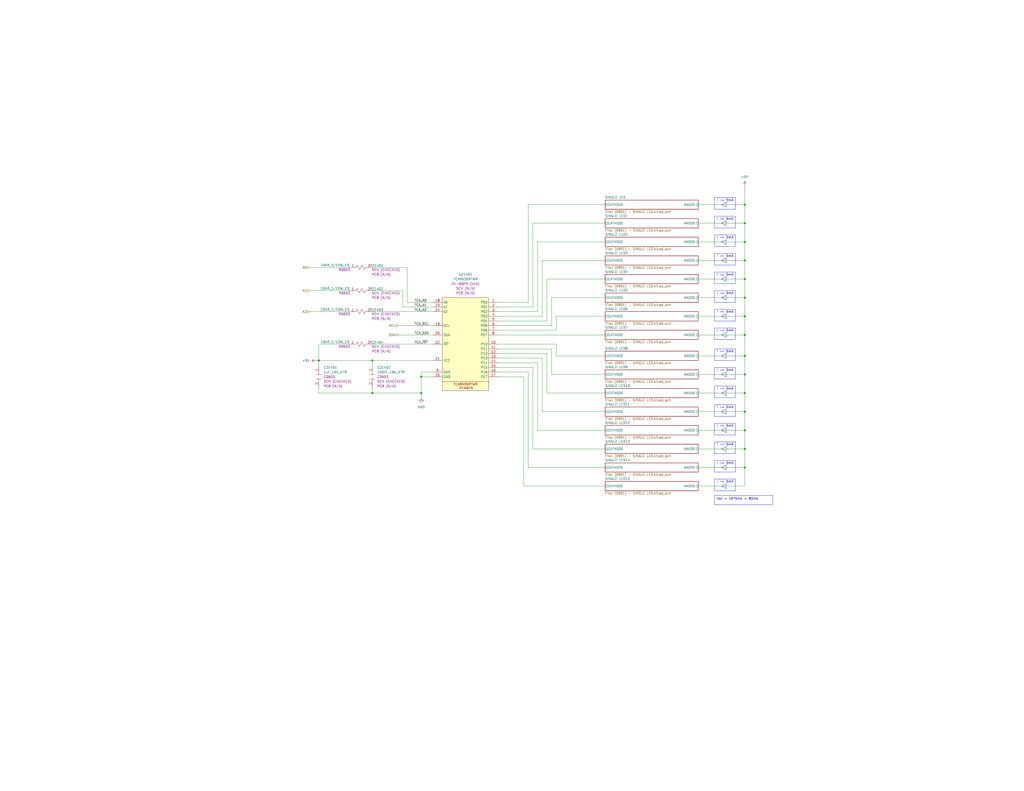
<source format=kicad_sch>
(kicad_sch (version 20231120) (generator "eeschema") (generator_version "8.0")
  (paper "C")
  (lib_symbols
    (symbol "_SCHLIB_Mini-Scoreboard:CAP_CER_100nF_16V_X7R_C0603"
      (property "Reference" "C" (at 3.302 4.318 0))
      (property "Value" "100nF_16V_X7R" (at 3.302 6.858 0))
      (property "Package" "C0603" (at 3.556 36.576 0))
      (property "SCH CHECK" "SCH (CHECKED)" (at 3.556 31.242 0))
      (property "PCB CHECK" "PCB (N/A)" (at 3.556 33.782 0))
      (symbol "CAP_CER_100nF_16V_X7R_C0603_0_0"
        (polyline (pts (xy 5.08 1.27) (xy 5.08 -1.27)))
        (polyline (pts (xy 7.62 1.27) (xy 7.62 -1.27)))
      )
      (symbol "CAP_CER_100nF_16V_X7R_C0603_1_1"
        (pin passive line (at 0 0 0) (length 5.08) (name "") (number "1"))
        (pin passive line (at 12.7 0 180) (length 5.08) (name "") (number "2"))
      )
    )
    (symbol "_SCHLIB_Mini-Scoreboard:CAP_CER_1uF_10V_X7R_C0603"
      (property "Reference" "C" (at 3.556 4.064 0))
      (property "Value" "1uF_10V_X7R" (at 3.81 6.604 0))
      (property "Package" "C0603" (at 3.81 35.306 0))
      (property "SCH CHECK" "SCH (CHECKED)" (at 3.81 29.972 0))
      (property "PCB CHECK" "PCB (N/A)" (at 3.81 32.512 0))
      (symbol "CAP_CER_1uF_10V_X7R_C0603_0_0"
        (polyline (pts (xy 5.08 1.27) (xy 5.08 -1.27)))
        (polyline (pts (xy 7.62 1.27) (xy 7.62 -1.27)))
      )
      (symbol "CAP_CER_1uF_10V_X7R_C0603_1_1"
        (pin passive line (at 0 0 0) (length 5.08) (name "") (number "1"))
        (pin passive line (at 12.7 0 180) (length 5.08) (name "") (number "2"))
      )
    )
    (symbol "_SCHLIB_Mini-Scoreboard:IC_I/O EXPANDER_TCA9535RTWR_16bits_I2C/SMBUS_5.5V_24-WQFN (4x4)"
      (property "Reference" "U" (at 3.556 4.064 0))
      (property "Value" "TCA9535RTWR" (at 3.81 6.604 0))
      (property "Package" "24-WQFN (4x4)" (at 3.81 35.306 0))
      (property "SCH CHECK" "SCH (N/A)" (at 3.81 29.972 0))
      (property "PCB CHECK" "PCB (N/A)" (at 3.81 32.512 0))
      (symbol "IC_I/O EXPANDER_TCA9535RTWR_16bits_I2C/SMBUS_5.5V_24-WQFN (4x4)_1_1"
        (polyline (pts (xy 0 -45.72) (xy 25.4 -45.72)))
        (rectangle (start 0 0) (end 25.4 -50.8) (fill (type background)))
        (text "24WQFN" (at 12.954 -49.276 0) (effects (font (size 1.27 1.27))))
        (text "TCA9535RTWR" (at 12.7 -47.244 0) (effects (font (size 1.27 1.27))))
        (pin passive line (at 30.48 -2.54 180) (length 5.08) (name "P00") (number "1"))
        (pin passive line (at 30.48 -25.4 180) (length 5.08) (name "P10") (number "10"))
        (pin passive line (at 30.48 -27.94 180) (length 5.08) (name "P11") (number "11"))
        (pin passive line (at 30.48 -30.48 180) (length 5.08) (name "P12") (number "12"))
        (pin passive line (at 30.48 -33.02 180) (length 5.08) (name "P13") (number "13"))
        (pin passive line (at 30.48 -35.56 180) (length 5.08) (name "P14") (number "14"))
        (pin passive line (at 30.48 -38.1 180) (length 5.08) (name "P15") (number "15"))
        (pin passive line (at 30.48 -40.64 180) (length 5.08) (name "P16") (number "16"))
        (pin passive line (at 30.48 -43.18 180) (length 5.08) (name "P17") (number "17"))
        (pin passive line (at -5.08 -2.54 0) (length 5.08) (name "A0") (number "18"))
        (pin passive line (at -5.08 -15.24 0) (length 5.08) (name "SCL") (number "19"))
        (pin passive line (at 30.48 -5.08 180) (length 5.08) (name "P01") (number "2"))
        (pin passive line (at -5.08 -20.32 0) (length 5.08) (name "SDA") (number "20"))
        (pin passive line (at -5.08 -34.29 0) (length 5.08) (name "VCC") (number "21"))
        (pin passive line (at -5.08 -25.4 0) (length 5.08) (name "~{INT}") (number "22"))
        (pin passive line (at -5.08 -5.08 0) (length 5.08) (name "A1") (number "23"))
        (pin passive line (at -5.08 -7.62 0) (length 5.08) (name "A2") (number "24"))
        (pin passive line (at -5.08 -43.18 0) (length 5.08) (name "GND") (number "25"))
        (pin passive line (at 30.48 -7.62 180) (length 5.08) (name "P02") (number "3"))
        (pin passive line (at 30.48 -10.16 180) (length 5.08) (name "P03") (number "4"))
        (pin passive line (at 30.48 -12.7 180) (length 5.08) (name "P04") (number "5"))
        (pin passive line (at 30.48 -15.24 180) (length 5.08) (name "P05") (number "6"))
        (pin passive line (at 30.48 -17.78 180) (length 5.08) (name "P06") (number "7"))
        (pin passive line (at 30.48 -20.32 180) (length 5.08) (name "P07") (number "8"))
        (pin passive line (at -5.08 -40.64 0) (length 5.08) (name "GND") (number "9"))
      )
    )
    (symbol "_SCHLIB_Mini-Scoreboard:RES_10kR_1/10W_1%_R0603"
      (property "Reference" "R" (at 3.302 4.572 0))
      (property "Value" "10kR_1/10W_1%" (at 3.302 6.858 0))
      (property "Package" "R0603" (at 3.302 31.242 0))
      (property "SCH CHECK" "SCH (CHECKED)" (at 3.302 26.67 0))
      (property "PCB CHECK" "PCB (N/A)" (at 3.302 28.956 0))
      (symbol "RES_10kR_1/10W_1%_R0603_0_0"
        (polyline (pts (xy 3.81 0) (xy 4.445 1.27) (xy 5.715 -1.27) (xy 6.985 1.27) (xy 8.255 -1.27) (xy 8.89 0)))
      )
      (symbol "RES_10kR_1/10W_1%_R0603_1_1"
        (pin passive line (at 0 0 0) (length 3.81) (name "") (number "1"))
        (pin passive line (at 12.7 0 180) (length 3.81) (name "") (number "2"))
      )
    )
    (symbol "power:+5V" (power) (pin_numbers hide) (pin_names (offset 0) hide)
      (property "Value" "+5V" (at 0 3.556 0))
      (symbol "+5V_0_1"
        (polyline (pts (xy -0.762 1.27) (xy 0 2.54)))
        (polyline (pts (xy 0 0) (xy 0 2.54)))
        (polyline (pts (xy 0 2.54) (xy 0.762 1.27)))
      )
      (symbol "+5V_1_1"
        (pin power_in line (at 0 0 90) (length 0) (name "~") (number "1"))
      )
    )
    (symbol "power:GND" (power) (pin_numbers hide) (pin_names (offset 0) hide)
      (property "Value" "GND" (at 0 -3.81 0))
      (symbol "GND_0_1"
        (polyline (pts (xy 0 0) (xy 0 -1.27) (xy 1.27 -1.27) (xy 0 -2.54) (xy -1.27 -1.27) (xy 0 -1.27)))
      )
      (symbol "GND_1_1"
        (pin power_in line (at 0 0 270) (length 0) (name "~") (number "1"))
      )
    )
  )
  (junction (at 173.99 196.85))
  (junction (at 406.4 182.88))
  (junction (at 406.4 142.24))
  (junction (at 406.4 224.79))
  (junction (at 406.4 255.27))
  (junction (at 406.4 194.31))
  (junction (at 406.4 234.95))
  (junction (at 229.87 214.63))
  (junction (at 406.4 111.76))
  (junction (at 203.2 196.85))
  (junction (at 229.87 205.74))
  (junction (at 203.2 214.63))
  (junction (at 406.4 162.56))
  (junction (at 406.4 121.92))
  (junction (at 406.4 132.08))
  (junction (at 406.4 214.63))
  (junction (at 406.4 172.72))
  (junction (at 406.4 245.11))
  (junction (at 406.4 204.47))
  (junction (at 406.4 152.4))
  (polyline (pts (xy 393.7 132.08) (xy 396.24 133.35)))
  (wire (pts (xy 295.91 172.72) (xy 295.91 142.24)))
  (wire (pts (xy 271.78 167.64) (xy 290.83 167.64)))
  (wire (pts (xy 285.75 265.43) (xy 330.2 265.43)))
  (wire (pts (xy 271.78 203.2) (xy 288.29 203.2)))
  (wire (pts (xy 406.4 111.76) (xy 406.4 121.92)))
  (polyline (pts (xy 393.7 182.88) (xy 396.24 184.15)))
  (polyline (pts (xy 396.24 213.36) (xy 396.24 215.9)))
  (wire (pts (xy 203.2 196.85) (xy 236.22 196.85)))
  (polyline (pts (xy 396.24 243.84) (xy 396.24 246.38)))
  (wire (pts (xy 381 152.4) (xy 406.4 152.4)))
  (wire (pts (xy 295.91 224.79) (xy 330.2 224.79)))
  (wire (pts (xy 271.78 170.18) (xy 293.37 170.18)))
  (wire (pts (xy 222.25 165.1) (xy 236.22 165.1)))
  (wire (pts (xy 173.99 214.63) (xy 203.2 214.63)))
  (wire (pts (xy 173.99 187.96) (xy 173.99 196.85)))
  (wire (pts (xy 330.2 111.76) (xy 288.29 111.76)))
  (wire (pts (xy 406.4 132.08) (xy 406.4 142.24)))
  (wire (pts (xy 229.87 214.63) (xy 229.87 205.74)))
  (polyline (pts (xy 396.24 203.2) (xy 396.24 205.74)))
  (polyline (pts (xy 396.24 140.97) (xy 393.7 142.24)))
  (polyline (pts (xy 393.7 265.43) (xy 396.24 266.7)))
  (polyline (pts (xy 396.24 203.2) (xy 393.7 204.47)))
  (wire (pts (xy 381 194.31) (xy 406.4 194.31)))
  (polyline (pts (xy 393.7 255.27) (xy 396.24 256.54)))
  (wire (pts (xy 406.4 204.47) (xy 406.4 214.63)))
  (wire (pts (xy 406.4 101.6) (xy 406.4 111.76)))
  (polyline (pts (xy 396.24 120.65) (xy 393.7 121.92)))
  (polyline (pts (xy 396.24 110.49) (xy 393.7 111.76)))
  (wire (pts (xy 290.83 121.92) (xy 330.2 121.92)))
  (wire (pts (xy 173.99 196.85) (xy 203.2 196.85)))
  (wire (pts (xy 406.4 152.4) (xy 406.4 162.56)))
  (wire (pts (xy 172.72 196.85) (xy 173.99 196.85)))
  (wire (pts (xy 381 224.79) (xy 406.4 224.79)))
  (wire (pts (xy 298.45 214.63) (xy 330.2 214.63)))
  (wire (pts (xy 173.99 196.85) (xy 173.99 199.39)))
  (polyline (pts (xy 396.24 233.68) (xy 396.24 236.22)))
  (polyline (pts (xy 393.7 214.63) (xy 396.24 215.9)))
  (polyline (pts (xy 393.7 224.79) (xy 396.24 226.06)))
  (wire (pts (xy 406.4 214.63) (xy 406.4 224.79)))
  (wire (pts (xy 300.99 190.5) (xy 300.99 204.47)))
  (wire (pts (xy 271.78 182.88) (xy 330.2 182.88)))
  (polyline (pts (xy 393.7 152.4) (xy 396.24 153.67)))
  (polyline (pts (xy 393.7 121.92) (xy 396.24 123.19)))
  (wire (pts (xy 217.17 182.88) (xy 236.22 182.88)))
  (wire (pts (xy 288.29 165.1) (xy 271.78 165.1)))
  (wire (pts (xy 271.78 200.66) (xy 290.83 200.66)))
  (wire (pts (xy 381 204.47) (xy 406.4 204.47)))
  (wire (pts (xy 293.37 198.12) (xy 293.37 234.95)))
  (wire (pts (xy 406.4 265.43) (xy 381 265.43)))
  (polyline (pts (xy 396.24 213.36) (xy 393.7 214.63)))
  (wire (pts (xy 406.4 162.56) (xy 406.4 172.72)))
  (wire (pts (xy 290.83 167.64) (xy 290.83 121.92)))
  (wire (pts (xy 303.53 172.72) (xy 330.2 172.72)))
  (wire (pts (xy 298.45 193.04) (xy 298.45 214.63)))
  (wire (pts (xy 285.75 205.74) (xy 285.75 265.43)))
  (polyline (pts (xy 396.24 130.81) (xy 396.24 133.35)))
  (wire (pts (xy 293.37 170.18) (xy 293.37 132.08)))
  (wire (pts (xy 271.78 180.34) (xy 303.53 180.34)))
  (wire (pts (xy 271.78 172.72) (xy 295.91 172.72)))
  (wire (pts (xy 203.2 187.96) (xy 236.22 187.96)))
  (polyline (pts (xy 396.24 151.13) (xy 396.24 153.67)))
  (wire (pts (xy 217.17 177.8) (xy 236.22 177.8)))
  (wire (pts (xy 203.2 170.18) (xy 236.22 170.18)))
  (wire (pts (xy 295.91 142.24) (xy 330.2 142.24)))
  (polyline (pts (xy 393.7 162.56) (xy 396.24 163.83)))
  (wire (pts (xy 300.99 162.56) (xy 330.2 162.56)))
  (wire (pts (xy 406.4 234.95) (xy 406.4 245.11)))
  (polyline (pts (xy 396.24 264.16) (xy 396.24 266.7)))
  (wire (pts (xy 406.4 224.79) (xy 406.4 234.95)))
  (polyline (pts (xy 396.24 223.52) (xy 396.24 226.06)))
  (wire (pts (xy 300.99 162.56) (xy 300.99 177.8)))
  (polyline (pts (xy 396.24 193.04) (xy 396.24 195.58)))
  (wire (pts (xy 381 121.92) (xy 406.4 121.92)))
  (wire (pts (xy 288.29 203.2) (xy 288.29 255.27)))
  (wire (pts (xy 288.29 255.27) (xy 330.2 255.27)))
  (wire (pts (xy 406.4 255.27) (xy 406.4 265.43)))
  (polyline (pts (xy 396.24 181.61) (xy 393.7 182.88)))
  (wire (pts (xy 406.4 182.88) (xy 406.4 194.31)))
  (wire (pts (xy 381 111.76) (xy 406.4 111.76)))
  (polyline (pts (xy 396.24 130.81) (xy 393.7 132.08)))
  (wire (pts (xy 203.2 158.75) (xy 219.71 158.75)))
  (wire (pts (xy 406.4 121.92) (xy 406.4 132.08)))
  (polyline (pts (xy 396.24 161.29) (xy 393.7 162.56)))
  (polyline (pts (xy 396.24 110.49) (xy 396.24 113.03)))
  (wire (pts (xy 381 245.11) (xy 406.4 245.11)))
  (wire (pts (xy 168.91 170.18) (xy 190.5 170.18)))
  (wire (pts (xy 298.45 175.26) (xy 298.45 152.4)))
  (wire (pts (xy 381 214.63) (xy 406.4 214.63)))
  (polyline (pts (xy 393.7 172.72) (xy 396.24 173.99)))
  (polyline (pts (xy 396.24 181.61) (xy 396.24 184.15)))
  (polyline (pts (xy 396.24 171.45) (xy 393.7 172.72)))
  (polyline (pts (xy 396.24 223.52) (xy 393.7 224.79)))
  (wire (pts (xy 290.83 200.66) (xy 290.83 245.11)))
  (wire (pts (xy 293.37 132.08) (xy 330.2 132.08)))
  (polyline (pts (xy 396.24 151.13) (xy 393.7 152.4)))
  (wire (pts (xy 406.4 172.72) (xy 406.4 182.88)))
  (wire (pts (xy 406.4 245.11) (xy 406.4 255.27)))
  (wire (pts (xy 303.53 187.96) (xy 303.53 194.31)))
  (wire (pts (xy 300.99 204.47) (xy 330.2 204.47)))
  (polyline (pts (xy 393.7 194.31) (xy 396.24 195.58)))
  (wire (pts (xy 381 255.27) (xy 406.4 255.27)))
  (wire (pts (xy 381 142.24) (xy 406.4 142.24)))
  (wire (pts (xy 406.4 142.24) (xy 406.4 152.4)))
  (wire (pts (xy 271.78 193.04) (xy 298.45 193.04)))
  (wire (pts (xy 229.87 205.74) (xy 229.87 203.2)))
  (polyline (pts (xy 396.24 171.45) (xy 396.24 173.99)))
  (wire (pts (xy 173.99 212.09) (xy 173.99 214.63)))
  (wire (pts (xy 219.71 167.64) (xy 236.22 167.64)))
  (wire (pts (xy 303.53 194.31) (xy 330.2 194.31)))
  (wire (pts (xy 295.91 195.58) (xy 295.91 224.79)))
  (polyline (pts (xy 396.24 140.97) (xy 396.24 143.51)))
  (wire (pts (xy 300.99 177.8) (xy 271.78 177.8)))
  (wire (pts (xy 298.45 152.4) (xy 330.2 152.4)))
  (polyline (pts (xy 396.24 254) (xy 393.7 255.27)))
  (wire (pts (xy 271.78 187.96) (xy 303.53 187.96)))
  (wire (pts (xy 381 234.95) (xy 406.4 234.95)))
  (polyline (pts (xy 396.24 233.68) (xy 393.7 234.95)))
  (wire (pts (xy 271.78 190.5) (xy 300.99 190.5)))
  (polyline (pts (xy 393.7 245.11) (xy 396.24 246.38)))
  (wire (pts (xy 271.78 205.74) (xy 285.75 205.74)))
  (wire (pts (xy 288.29 111.76) (xy 288.29 165.1)))
  (polyline (pts (xy 396.24 264.16) (xy 393.7 265.43)))
  (polyline (pts (xy 396.24 161.29) (xy 396.24 163.83)))
  (wire (pts (xy 406.4 194.31) (xy 406.4 204.47)))
  (wire (pts (xy 381 172.72) (xy 406.4 172.72)))
  (wire (pts (xy 168.91 158.75) (xy 190.5 158.75)))
  (wire (pts (xy 229.87 205.74) (xy 236.22 205.74)))
  (wire (pts (xy 381 182.88) (xy 406.4 182.88)))
  (polyline (pts (xy 396.24 243.84) (xy 393.7 245.11)))
  (polyline (pts (xy 393.7 111.76) (xy 396.24 113.03)))
  (wire (pts (xy 303.53 172.72) (xy 303.53 180.34)))
  (wire (pts (xy 290.83 245.11) (xy 330.2 245.11)))
  (wire (pts (xy 219.71 158.75) (xy 219.71 167.64)))
  (polyline (pts (xy 396.24 254) (xy 396.24 256.54)))
  (wire (pts (xy 203.2 196.85) (xy 203.2 199.39)))
  (wire (pts (xy 381 132.08) (xy 406.4 132.08)))
  (polyline (pts (xy 396.24 193.04) (xy 393.7 194.31)))
  (polyline (pts (xy 393.7 204.47) (xy 396.24 205.74)))
  (polyline (pts (xy 396.24 120.65) (xy 396.24 123.19)))
  (wire (pts (xy 203.2 146.05) (xy 222.25 146.05)))
  (wire (pts (xy 229.87 203.2) (xy 236.22 203.2)))
  (wire (pts (xy 168.91 146.05) (xy 190.5 146.05)))
  (wire (pts (xy 271.78 175.26) (xy 298.45 175.26)))
  (wire (pts (xy 203.2 212.09) (xy 203.2 214.63)))
  (wire (pts (xy 271.78 195.58) (xy 295.91 195.58)))
  (wire (pts (xy 229.87 217.17) (xy 229.87 214.63)))
  (wire (pts (xy 293.37 234.95) (xy 330.2 234.95)))
  (wire (pts (xy 203.2 214.63) (xy 229.87 214.63)))
  (polyline (pts (xy 393.7 234.95) (xy 396.24 236.22)))
  (wire (pts (xy 381 162.56) (xy 406.4 162.56)))
  (wire (pts (xy 190.5 187.96) (xy 173.99 187.96)))
  (wire (pts (xy 271.78 198.12) (xy 293.37 198.12)))
  (wire (pts (xy 222.25 146.05) (xy 222.25 165.1)))
  (polyline (pts (xy 393.7 142.24) (xy 396.24 143.51)))
  (rectangle (start 389.89 261.62) (end 401.32 267.97))
  (rectangle (start 389.89 231.14) (end 401.32 237.49))
  (rectangle (start 389.89 107.95) (end 401.32 114.3))
  (rectangle (start 389.89 138.43) (end 401.32 144.78))
  (rectangle (start 389.89 118.11) (end 401.32 124.46))
  (rectangle (start 389.89 200.66) (end 401.32 207.01))
  (rectangle (start 389.89 128.27) (end 401.32 134.62))
  (rectangle (start 389.89 210.82) (end 401.32 217.17))
  (rectangle (start 389.89 168.91) (end 401.32 175.26))
  (rectangle (start 389.89 190.5) (end 401.32 196.85))
  (rectangle (start 389.89 148.59) (end 401.32 154.94))
  (rectangle (start 389.89 241.3) (end 401.32 247.65))
  (rectangle (start 389.89 251.46) (end 401.32 257.81))
  (rectangle (start 389.89 179.07) (end 401.32 185.42))
  (rectangle (start 389.89 220.98) (end 401.32 227.33))
  (rectangle (start 389.89 158.75) (end 401.32 165.1))
  (text_box "Itot = 16*5mA = 80mA" (at 389.89 270.51 0) (size 31.75 5.08) (effects (font (size 1.27 1.27)) (justify left top)))
  (text "I ~= 5mA" (at 395.732 242.824 0) (effects (font (size 1.27 1.27))))
  (text "I ~= 5mA" (at 395.732 232.664 0) (effects (font (size 1.27 1.27))))
  (text "I ~= 5mA" (at 395.732 263.144 0) (effects (font (size 1.27 1.27))))
  (text "I ~= 5mA" (at 395.732 222.504 0) (effects (font (size 1.27 1.27))))
  (text "I ~= 5mA" (at 395.732 150.114 0) (effects (font (size 1.27 1.27))))
  (text "I ~= 5mA" (at 395.732 129.794 0) (effects (font (size 1.27 1.27))))
  (text "I ~= 5mA" (at 395.732 160.274 0) (effects (font (size 1.27 1.27))))
  (text "I ~= 5mA" (at 395.732 252.984 0) (effects (font (size 1.27 1.27))))
  (text "I ~= 5mA" (at 395.732 180.594 0) (effects (font (size 1.27 1.27))))
  (text "I ~= 5mA" (at 395.732 119.634 0) (effects (font (size 1.27 1.27))))
  (text "I ~= 5mA" (at 395.732 139.954 0) (effects (font (size 1.27 1.27))))
  (text "I ~= 5mA" (at 395.732 212.344 0) (effects (font (size 1.27 1.27))))
  (text "I ~= 5mA" (at 395.732 202.184 0) (effects (font (size 1.27 1.27))))
  (text "I ~= 5mA" (at 395.732 109.474 0) (effects (font (size 1.27 1.27))))
  (text "I ~= 5mA" (at 395.732 192.024 0) (effects (font (size 1.27 1.27))))
  (text "I ~= 5mA" (at 395.732 170.434 0) (effects (font (size 1.27 1.27))))
  (label "TCA_A1" (at 226.06 167.64 0))
  (label "TCA_~{INT}" (at 226.06 187.96 0))
  (label "TCA_A2" (at 226.06 170.18 0))
  (label "TCA_SCL" (at 226.06 177.8 0))
  (label "TCA_SDA" (at 226.06 182.88 0))
  (label "TCA_A0" (at 226.06 165.1 0))
  (hierarchical_label "A0" (shape input) (at 168.91 146.05 180))
  (hierarchical_label "SDA" (shape bidirectional) (at 217.17 182.88 180))
  (hierarchical_label "SCL" (shape input) (at 217.17 177.8 180))
  (hierarchical_label "A2" (shape input) (at 168.91 170.18 180))
  (hierarchical_label "A1" (shape input) (at 168.91 158.75 180))
  (symbol (lib_id "power:+5V") (at 406.4 101.6 0) (unit 1)
    (property "Reference" "#PWR021403" (effects (hide yes)))
    (property "Value" "+5V" (at 406.4 96.52 0))
    (property "Description" "Power symbol creates a global label with name \"+5V\"" (effects (hide yes)))
    (instances (project "_HW_Mini-Scoreboard" (path "" (reference "#PWR021403") (unit 1)) (path "" (reference "#PWR011303") (unit 1)) (path "" (reference "#PWR016303") (unit 1))))
  )
  (symbol (lib_id "_SCHLIB_Mini-Scoreboard:CAP_CER_1uF_10V_X7R_C0603") (at 173.99 199.39 270) (unit 1)
    (property "Reference" "C21401" (at 176.53 200.6599 90) (effects (justify left)))
    (property "Value" "1uF_10V_X7R" (at 176.53 203.1999 90) (effects (justify left)))
    (property "Footprint" "Capacitor_SMD:C_0603_1608Metric" (effects (hide yes)))
    (property "Datasheet" "https://mm.digikey.com/Volume0/opasdata/d220001/medias/docus/3584/CL10B105KP8NNNC_Spec.pdf" (effects (hide yes)))
    (property "Description" "1 µF ±10% 10V Ceramic Capacitor X7R 0603 (1608 Metric)" (effects (hide yes)))
    (property "Package" "C0603" (at 176.53 205.7399 90) (effects (justify left)))
    (property "Part Number (Manufacturer)" "CL10B105KP8NNNC" (effects (hide yes)))
    (property "Manufacturer" "Samsung Electro-Mechanics" (effects (hide yes)))
    (property "Part Number (Vendor)" "1276-1946-2-ND" (effects (hide yes)))
    (property "Vendor" "Digikey" (effects (hide yes)))
    (property "Purchase Link" "https://www.digikey.ca/en/products/detail/samsung-electro-mechanics/CL10B105KP8NNNC/3887604" (effects (hide yes)))
    (property "SCH CHECK" "SCH (CHECKED)" (at 176.53 208.2799 90) (effects (justify left)))
    (property "PCB CHECK" "PCB (N/A)" (at 176.53 210.8199 90) (effects (justify left)))
    (instances (project "_HW_Mini-Scoreboard" (path "" (reference "C21401") (unit 1)) (path "" (reference "C11301") (unit 1)) (path "" (reference "C16301") (unit 1))))
  )
  (symbol (lib_id "_SCHLIB_Mini-Scoreboard:RES_10kR_1/10W_1%_R0603") (at 190.5 170.18 0) (unit 1)
    (property "Reference" "R21403" (at 205.486 169.164 0))
    (property "Value" "10kR_1/10W_1%" (at 182.88 168.91 0))
    (property "Footprint" "Resistor_SMD:R_0603_1608Metric" (effects (hide yes)))
    (property "Datasheet" "https://www.seielect.com/catalog/sei-rmcf_rmcp.pdf" (effects (hide yes)))
    (property "Description" "10 kOhms ±1% 0.1W, 1/10W Chip Resistor 0603 (1608 Metric) Automotive AEC-Q200 Thick Film" (effects (hide yes)))
    (property "Package" "R0603" (at 187.96 171.45 0))
    (property "Part Number (Manufacturer)" "RMCF0603FT10K0" (effects (hide yes)))
    (property "Manufacturer" "Stackpole Electronics Inc" (effects (hide yes)))
    (property "Part Number (Vendor)" "RMCF0603FT10K0TR-ND" (effects (hide yes)))
    (property "Vendor" "Digikey" (effects (hide yes)))
    (property "Purchase Link" "https://www.digikey.ca/en/products/detail/stackpole-electronics-inc/RMCF0603FT10K0/1761235" (effects (hide yes)))
    (property "SCH CHECK" "SCH (CHECKED)" (at 210.566 171.45 0))
    (property "PCB CHECK" "PCB (N/A)" (at 208.026 173.99 0))
    (instances (project "_HW_Mini-Scoreboard" (path "" (reference "R21403") (unit 1)) (path "" (reference "R11303") (unit 1)) (path "" (reference "R16303") (unit 1))))
  )
  (symbol (lib_id "power:+5V") (at 172.72 196.85 90) (unit 1)
    (property "Reference" "#PWR021401" (effects (hide yes)))
    (property "Value" "+5V" (at 168.91 196.8499 90) (effects (justify left)))
    (property "Description" "Power symbol creates a global label with name \"+5V\"" (effects (hide yes)))
    (instances (project "_HW_Mini-Scoreboard" (path "" (reference "#PWR021401") (unit 1)) (path "" (reference "#PWR011301") (unit 1)) (path "" (reference "#PWR016301") (unit 1))))
  )
  (symbol (lib_id "_SCHLIB_Mini-Scoreboard:CAP_CER_100nF_16V_X7R_C0603") (at 203.2 199.39 270) (unit 1)
    (property "Reference" "C21402" (at 205.74 200.6599 90) (effects (justify left)))
    (property "Value" "100nF_16V_X7R" (at 205.74 203.1999 90) (effects (justify left)))
    (property "Footprint" "Capacitor_SMD:C_0603_1608Metric" (effects (hide yes)))
    (property "Datasheet" "https://mm.digikey.com/Volume0/opasdata/d220001/medias/docus/609/CL10B104KO8NNNC_Spec.pdf" (effects (hide yes)))
    (property "Description" "0.1 µF ±10% 16V Ceramic Capacitor X7R 0603 (1608 Metric)" (effects (hide yes)))
    (property "Package" "C0603" (at 205.74 205.7399 90) (effects (justify left)))
    (property "Part Number (Manufacturer)" "CL10B104KO8NNNC" (effects (hide yes)))
    (property "Manufacturer" "Samsung Electro-Mechanics" (effects (hide yes)))
    (property "Part Number (Vendor)" "1276-1005-2-ND" (effects (hide yes)))
    (property "Vendor" "Digikey" (effects (hide yes)))
    (property "Purchase Link" "https://www.digikey.ca/en/products/detail/samsung-electro-mechanics/CL10B104KO8NNNC/3886663" (effects (hide yes)))
    (property "SCH CHECK" "SCH (CHECKED)" (at 205.74 208.2799 90) (effects (justify left)))
    (property "PCB CHECK" "PCB (N/A)" (at 205.74 210.8199 90) (effects (justify left)))
    (instances (project "_HW_Mini-Scoreboard" (path "" (reference "C21402") (unit 1)) (path "" (reference "C11302") (unit 1)) (path "" (reference "C16302") (unit 1))))
  )
  (symbol (lib_id "_SCHLIB_Mini-Scoreboard:RES_10kR_1/10W_1%_R0603") (at 190.5 146.05 0) (unit 1)
    (property "Reference" "R21401" (at 205.486 145.034 0))
    (property "Value" "10kR_1/10W_1%" (at 182.88 144.78 0))
    (property "Footprint" "Resistor_SMD:R_0603_1608Metric" (effects (hide yes)))
    (property "Datasheet" "https://www.seielect.com/catalog/sei-rmcf_rmcp.pdf" (effects (hide yes)))
    (property "Description" "10 kOhms ±1% 0.1W, 1/10W Chip Resistor 0603 (1608 Metric) Automotive AEC-Q200 Thick Film" (effects (hide yes)))
    (property "Package" "R0603" (at 187.96 147.32 0))
    (property "Part Number (Manufacturer)" "RMCF0603FT10K0" (effects (hide yes)))
    (property "Manufacturer" "Stackpole Electronics Inc" (effects (hide yes)))
    (property "Part Number (Vendor)" "RMCF0603FT10K0TR-ND" (effects (hide yes)))
    (property "Vendor" "Digikey" (effects (hide yes)))
    (property "Purchase Link" "https://www.digikey.ca/en/products/detail/stackpole-electronics-inc/RMCF0603FT10K0/1761235" (effects (hide yes)))
    (property "SCH CHECK" "SCH (CHECKED)" (at 210.566 147.32 0))
    (property "PCB CHECK" "PCB (N/A)" (at 208.026 149.86 0))
    (instances (project "_HW_Mini-Scoreboard" (path "" (reference "R21401") (unit 1)) (path "" (reference "R11301") (unit 1)) (path "" (reference "R16301") (unit 1))))
  )
  (symbol (lib_id "_SCHLIB_Mini-Scoreboard:IC_I/O EXPANDER_TCA9535RTWR_16bits_I2C/SMBUS_5.5V_24-WQFN (4x4)") (at 241.3 162.56 0) (unit 1)
    (property "Reference" "U21401" (at 254 149.86 0))
    (property "Value" "TCA9535RTWR" (at 254 152.4 0))
    (property "Footprint" "_PCBLIB_Mini-Scoreboard:24WQFN_2P45X2P45" (effects (hide yes)))
    (property "Datasheet" "https://www.ti.com/general/docs/suppproductinfo.tsp?distId=10&gotoUrl=https%3A%2F%2Fwww.ti.com%2Flit%2Fgpn%2Ftca9535" (effects (hide yes)))
    (property "Description" "I/O Expander 16 I2C, SMBus 400 kHz 24-WQFN (4x4)" (effects (hide yes)))
    (property "Package" "24-WQFN (4x4)" (at 254 154.94 0))
    (property "Part Number (Manufacturer)" "TCA9535RTWR" (effects (hide yes)))
    (property "Manufacturer" "Texas Instruments" (effects (hide yes)))
    (property "Part Number (Vendor)" "296-25156-2-ND" (effects (hide yes)))
    (property "Vendor" "Digikey" (effects (hide yes)))
    (property "Purchase Link" "https://www.digikey.ca/en/products/detail/texas-instruments/TCA9535RTWR/2170374" (effects (hide yes)))
    (property "SCH CHECK" "SCH (N/A)" (at 254 157.48 0))
    (property "PCB CHECK" "PCB (N/A)" (at 254 160.02 0))
    (instances (project "_HW_Mini-Scoreboard" (path "" (reference "U21401") (unit 1)) (path "" (reference "U11301") (unit 1)) (path "" (reference "U16301") (unit 1))))
  )
  (symbol (lib_id "_SCHLIB_Mini-Scoreboard:RES_10kR_1/10W_1%_R0603") (at 190.5 187.96 0) (unit 1)
    (property "Reference" "R21404" (at 205.486 186.944 0))
    (property "Value" "10kR_1/10W_1%" (at 182.88 186.69 0))
    (property "Footprint" "Resistor_SMD:R_0603_1608Metric" (effects (hide yes)))
    (property "Datasheet" "https://www.seielect.com/catalog/sei-rmcf_rmcp.pdf" (effects (hide yes)))
    (property "Description" "10 kOhms ±1% 0.1W, 1/10W Chip Resistor 0603 (1608 Metric) Automotive AEC-Q200 Thick Film" (effects (hide yes)))
    (property "Package" "R0603" (at 187.96 189.23 0))
    (property "Part Number (Manufacturer)" "RMCF0603FT10K0" (effects (hide yes)))
    (property "Manufacturer" "Stackpole Electronics Inc" (effects (hide yes)))
    (property "Part Number (Vendor)" "RMCF0603FT10K0TR-ND" (effects (hide yes)))
    (property "Vendor" "Digikey" (effects (hide yes)))
    (property "Purchase Link" "https://www.digikey.ca/en/products/detail/stackpole-electronics-inc/RMCF0603FT10K0/1761235" (effects (hide yes)))
    (property "SCH CHECK" "SCH (CHECKED)" (at 210.566 189.23 0))
    (property "PCB CHECK" "PCB (N/A)" (at 208.026 191.77 0))
    (instances (project "_HW_Mini-Scoreboard" (path "" (reference "R21404") (unit 1)) (path "" (reference "R11304") (unit 1)) (path "" (reference "R16304") (unit 1))))
  )
  (symbol (lib_id "power:GND") (at 229.87 217.17 0) (unit 1)
    (property "Reference" "#PWR021402" (effects (hide yes)))
    (property "Value" "GND" (at 229.87 222.25 0))
    (property "Description" "Power symbol creates a global label with name \"GND\" , ground" (effects (hide yes)))
    (instances (project "_HW_Mini-Scoreboard" (path "" (reference "#PWR021402") (unit 1)) (path "" (reference "#PWR011302") (unit 1)) (path "" (reference "#PWR016302") (unit 1))))
  )
  (symbol (lib_id "_SCHLIB_Mini-Scoreboard:RES_10kR_1/10W_1%_R0603") (at 190.5 158.75 0) (unit 1)
    (property "Reference" "R21402" (at 205.486 157.734 0))
    (property "Value" "10kR_1/10W_1%" (at 182.88 157.48 0))
    (property "Footprint" "Resistor_SMD:R_0603_1608Metric" (effects (hide yes)))
    (property "Datasheet" "https://www.seielect.com/catalog/sei-rmcf_rmcp.pdf" (effects (hide yes)))
    (property "Description" "10 kOhms ±1% 0.1W, 1/10W Chip Resistor 0603 (1608 Metric) Automotive AEC-Q200 Thick Film" (effects (hide yes)))
    (property "Package" "R0603" (at 187.96 160.02 0))
    (property "Part Number (Manufacturer)" "RMCF0603FT10K0" (effects (hide yes)))
    (property "Manufacturer" "Stackpole Electronics Inc" (effects (hide yes)))
    (property "Part Number (Vendor)" "RMCF0603FT10K0TR-ND" (effects (hide yes)))
    (property "Vendor" "Digikey" (effects (hide yes)))
    (property "Purchase Link" "https://www.digikey.ca/en/products/detail/stackpole-electronics-inc/RMCF0603FT10K0/1761235" (effects (hide yes)))
    (property "SCH CHECK" "SCH (CHECKED)" (at 210.566 160.02 0))
    (property "PCB CHECK" "PCB (N/A)" (at 208.026 162.56 0))
    (instances (project "_HW_Mini-Scoreboard" (path "" (reference "R21402") (unit 1)) (path "" (reference "R11302") (unit 1)) (path "" (reference "R16302") (unit 1))))
  )
  (sheet (at 330.2 232.41) (size 50.8 5.08) (stroke (width 0.1524))
    (property "Sheetname" "SINGLE LED12" (at 330.2 231.6984 0) (effects (justify left bottom)))
    (property "Sheetfile" "[0901] - SINGLE LED.kicad_sch" (at 330.2 238.0746 0) (effects (justify left top)))
    (pin "CATHODE" output (at 330.2 234.95 180))
    (pin "ANODE" input (at 381 234.95 0))
  )
  (sheet (at 330.2 109.22) (size 50.8 5.08) (stroke (width 0.1524))
    (property "Sheetname" "SINGLE LED" (at 330.2 108.5084 0) (effects (justify left bottom)))
    (property "Sheetfile" "[0901] - SINGLE LED.kicad_sch" (at 330.2 114.8846 0) (effects (justify left top)))
    (pin "CATHODE" output (at 330.2 111.76 180))
    (pin "ANODE" input (at 381 111.76 0))
  )
  (sheet (at 330.2 201.93) (size 50.8 5.08) (stroke (width 0.1524))
    (property "Sheetname" "SINGLE LED9" (at 330.2 201.2184 0) (effects (justify left bottom)))
    (property "Sheetfile" "[0901] - SINGLE LED.kicad_sch" (at 330.2 207.5946 0) (effects (justify left top)))
    (pin "CATHODE" output (at 330.2 204.47 180))
    (pin "ANODE" input (at 381 204.47 0))
  )
  (sheet (at 330.2 129.54) (size 50.8 5.08) (stroke (width 0.1524))
    (property "Sheetname" "SINGLE LED2" (at 330.2 128.8284 0) (effects (justify left bottom)))
    (property "Sheetfile" "[0901] - SINGLE LED.kicad_sch" (at 330.2 135.2046 0) (effects (justify left top)))
    (pin "CATHODE" output (at 330.2 132.08 180))
    (pin "ANODE" input (at 381 132.08 0))
  )
  (sheet (at 330.2 149.86) (size 50.8 5.08) (stroke (width 0.1524))
    (property "Sheetname" "SINGLE LED4" (at 330.2 149.1484 0) (effects (justify left bottom)))
    (property "Sheetfile" "[0901] - SINGLE LED.kicad_sch" (at 330.2 155.5246 0) (effects (justify left top)))
    (pin "CATHODE" output (at 330.2 152.4 180))
    (pin "ANODE" input (at 381 152.4 0))
  )
  (sheet (at 330.2 191.77) (size 50.8 5.08) (stroke (width 0.1524))
    (property "Sheetname" "SINGLE LED8" (at 330.2 191.0584 0) (effects (justify left bottom)))
    (property "Sheetfile" "[0901] - SINGLE LED.kicad_sch" (at 330.2 197.4346 0) (effects (justify left top)))
    (pin "CATHODE" output (at 330.2 194.31 180))
    (pin "ANODE" input (at 381 194.31 0))
  )
  (sheet (at 330.2 170.18) (size 50.8 5.08) (stroke (width 0.1524))
    (property "Sheetname" "SINGLE LED6" (at 330.2 169.4684 0) (effects (justify left bottom)))
    (property "Sheetfile" "[0901] - SINGLE LED.kicad_sch" (at 330.2 175.8446 0) (effects (justify left top)))
    (pin "CATHODE" output (at 330.2 172.72 180))
    (pin "ANODE" input (at 381 172.72 0))
  )
  (sheet (at 330.2 119.38) (size 50.8 5.08) (stroke (width 0.1524))
    (property "Sheetname" "SINGLE LED1" (at 330.2 118.6684 0) (effects (justify left bottom)))
    (property "Sheetfile" "[0901] - SINGLE LED.kicad_sch" (at 330.2 125.0446 0) (effects (justify left top)))
    (pin "CATHODE" output (at 330.2 121.92 180))
    (pin "ANODE" input (at 381 121.92 0))
  )
  (sheet (at 330.2 160.02) (size 50.8 5.08) (stroke (width 0.1524))
    (property "Sheetname" "SINGLE LED5" (at 330.2 159.3084 0) (effects (justify left bottom)))
    (property "Sheetfile" "[0901] - SINGLE LED.kicad_sch" (at 330.2 165.6846 0) (effects (justify left top)))
    (pin "CATHODE" output (at 330.2 162.56 180))
    (pin "ANODE" input (at 381 162.56 0))
  )
  (sheet (at 330.2 180.34) (size 50.8 5.08) (stroke (width 0.1524))
    (property "Sheetname" "SINGLE LED7" (at 330.2 179.6284 0) (effects (justify left bottom)))
    (property "Sheetfile" "[0901] - SINGLE LED.kicad_sch" (at 330.2 186.0046 0) (effects (justify left top)))
    (pin "CATHODE" output (at 330.2 182.88 180))
    (pin "ANODE" input (at 381 182.88 0))
  )
  (sheet (at 330.2 212.09) (size 50.8 5.08) (stroke (width 0.1524))
    (property "Sheetname" "SINGLE LED10" (at 330.2 211.3784 0) (effects (justify left bottom)))
    (property "Sheetfile" "[0901] - SINGLE LED.kicad_sch" (at 330.2 217.7546 0) (effects (justify left top)))
    (pin "CATHODE" output (at 330.2 214.63 180))
    (pin "ANODE" input (at 381 214.63 0))
  )
  (sheet (at 330.2 139.7) (size 50.8 5.08) (stroke (width 0.1524))
    (property "Sheetname" "SINGLE LED3" (at 330.2 138.9884 0) (effects (justify left bottom)))
    (property "Sheetfile" "[0901] - SINGLE LED.kicad_sch" (at 330.2 145.3646 0) (effects (justify left top)))
    (pin "CATHODE" output (at 330.2 142.24 180))
    (pin "ANODE" input (at 381 142.24 0))
  )
  (sheet (at 330.2 262.89) (size 50.8 5.08) (stroke (width 0.1524))
    (property "Sheetname" "SINGLE LED15" (at 330.2 262.1784 0) (effects (justify left bottom)))
    (property "Sheetfile" "[0901] - SINGLE LED.kicad_sch" (at 330.2 268.5546 0) (effects (justify left top)))
    (pin "CATHODE" output (at 330.2 265.43 180))
    (pin "ANODE" input (at 381 265.43 0))
  )
  (sheet (at 330.2 242.57) (size 50.8 5.08) (stroke (width 0.1524))
    (property "Sheetname" "SINGLE LED13" (at 330.2 241.8584 0) (effects (justify left bottom)))
    (property "Sheetfile" "[0901] - SINGLE LED.kicad_sch" (at 330.2 248.2346 0) (effects (justify left top)))
    (pin "CATHODE" output (at 330.2 245.11 180))
    (pin "ANODE" input (at 381 245.11 0))
  )
  (sheet (at 330.2 222.25) (size 50.8 5.08) (stroke (width 0.1524))
    (property "Sheetname" "SINGLE LED11" (at 330.2 221.5384 0) (effects (justify left bottom)))
    (property "Sheetfile" "[0901] - SINGLE LED.kicad_sch" (at 330.2 227.9146 0) (effects (justify left top)))
    (pin "CATHODE" output (at 330.2 224.79 180))
    (pin "ANODE" input (at 381 224.79 0))
  )
  (sheet (at 330.2 252.73) (size 50.8 5.08) (stroke (width 0.1524))
    (property "Sheetname" "SINGLE LED14" (at 330.2 252.0184 0) (effects (justify left bottom)))
    (property "Sheetfile" "[0901] - SINGLE LED.kicad_sch" (at 330.2 258.3946 0) (effects (justify left top)))
    (pin "CATHODE" output (at 330.2 255.27 180))
    (pin "ANODE" input (at 381 255.27 0))
  )
)
</source>
